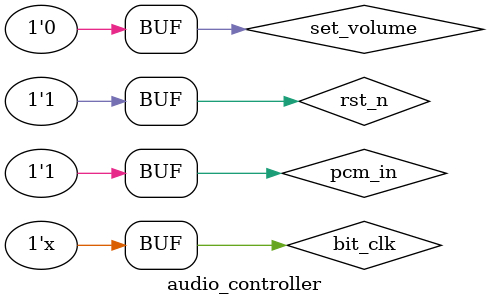
<source format=v>
`timescale 1ns/100ps
module audio_controller();

reg bit_clk;
reg rst_n;
reg pcm_in;
reg read_pcm;
reg [15:0] volume;
reg set_volume;

audio_fsm FSM1(bit_clk, rst_n, read_pcm, pcm_in, volume, set_volume, sync, sdata_out, read_fifo);

initial bit_clk = 0;
always
  ///////////////////
  // 500MHz clock // 
  /////////////////
  #1 bit_clk = ~bit_clk;

initial begin
	pcm_in = 1;
	set_volume = 0;
	rst_n = 1;
	#5 rst_n = 0;
	#1 rst_n = 1;
end

endmodule

</source>
